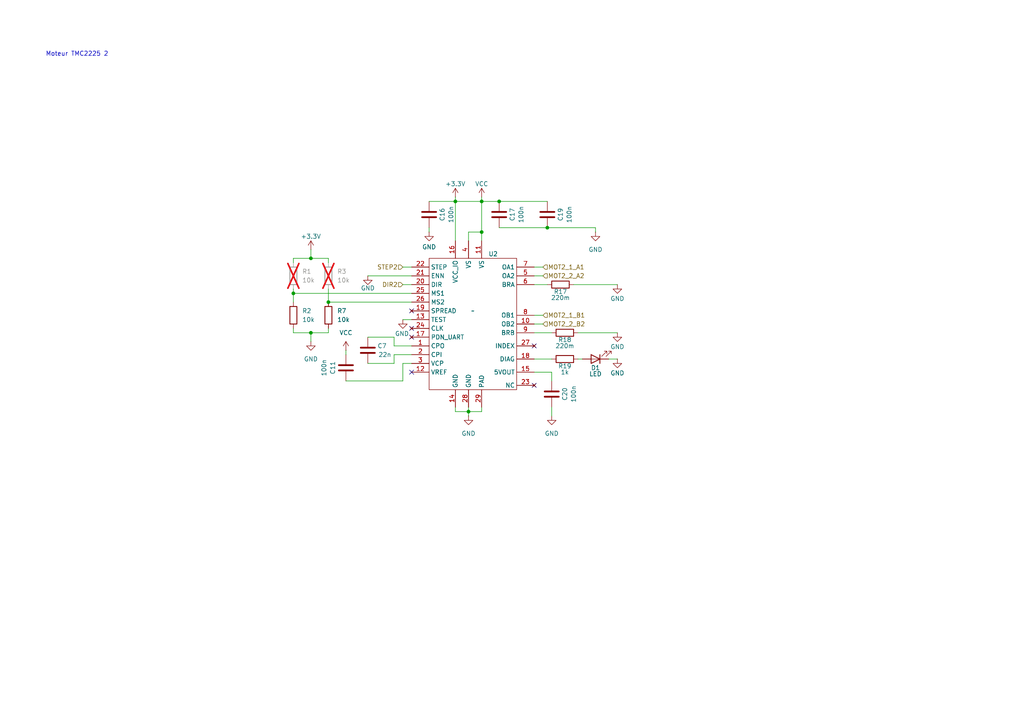
<source format=kicad_sch>
(kicad_sch
	(version 20250114)
	(generator "eeschema")
	(generator_version "9.0")
	(uuid "c18c9a1c-80d9-494e-9bd4-49eb3e76d9cc")
	(paper "A4")
	(lib_symbols
		(symbol "Device:C"
			(pin_numbers
				(hide yes)
			)
			(pin_names
				(offset 0.254)
			)
			(exclude_from_sim no)
			(in_bom yes)
			(on_board yes)
			(property "Reference" "C"
				(at 0.635 2.54 0)
				(effects
					(font
						(size 1.27 1.27)
					)
					(justify left)
				)
			)
			(property "Value" "C"
				(at 0.635 -2.54 0)
				(effects
					(font
						(size 1.27 1.27)
					)
					(justify left)
				)
			)
			(property "Footprint" ""
				(at 0.9652 -3.81 0)
				(effects
					(font
						(size 1.27 1.27)
					)
					(hide yes)
				)
			)
			(property "Datasheet" "~"
				(at 0 0 0)
				(effects
					(font
						(size 1.27 1.27)
					)
					(hide yes)
				)
			)
			(property "Description" "Unpolarized capacitor"
				(at 0 0 0)
				(effects
					(font
						(size 1.27 1.27)
					)
					(hide yes)
				)
			)
			(property "ki_keywords" "cap capacitor"
				(at 0 0 0)
				(effects
					(font
						(size 1.27 1.27)
					)
					(hide yes)
				)
			)
			(property "ki_fp_filters" "C_*"
				(at 0 0 0)
				(effects
					(font
						(size 1.27 1.27)
					)
					(hide yes)
				)
			)
			(symbol "C_0_1"
				(polyline
					(pts
						(xy -2.032 0.762) (xy 2.032 0.762)
					)
					(stroke
						(width 0.508)
						(type default)
					)
					(fill
						(type none)
					)
				)
				(polyline
					(pts
						(xy -2.032 -0.762) (xy 2.032 -0.762)
					)
					(stroke
						(width 0.508)
						(type default)
					)
					(fill
						(type none)
					)
				)
			)
			(symbol "C_1_1"
				(pin passive line
					(at 0 3.81 270)
					(length 2.794)
					(name "~"
						(effects
							(font
								(size 1.27 1.27)
							)
						)
					)
					(number "1"
						(effects
							(font
								(size 1.27 1.27)
							)
						)
					)
				)
				(pin passive line
					(at 0 -3.81 90)
					(length 2.794)
					(name "~"
						(effects
							(font
								(size 1.27 1.27)
							)
						)
					)
					(number "2"
						(effects
							(font
								(size 1.27 1.27)
							)
						)
					)
				)
			)
			(embedded_fonts no)
		)
		(symbol "Device:LED"
			(pin_numbers
				(hide yes)
			)
			(pin_names
				(offset 1.016)
				(hide yes)
			)
			(exclude_from_sim no)
			(in_bom yes)
			(on_board yes)
			(property "Reference" "D"
				(at 0 2.54 0)
				(effects
					(font
						(size 1.27 1.27)
					)
				)
			)
			(property "Value" "LED"
				(at 0 -2.54 0)
				(effects
					(font
						(size 1.27 1.27)
					)
				)
			)
			(property "Footprint" ""
				(at 0 0 0)
				(effects
					(font
						(size 1.27 1.27)
					)
					(hide yes)
				)
			)
			(property "Datasheet" "~"
				(at 0 0 0)
				(effects
					(font
						(size 1.27 1.27)
					)
					(hide yes)
				)
			)
			(property "Description" "Light emitting diode"
				(at 0 0 0)
				(effects
					(font
						(size 1.27 1.27)
					)
					(hide yes)
				)
			)
			(property "Sim.Pins" "1=K 2=A"
				(at 0 0 0)
				(effects
					(font
						(size 1.27 1.27)
					)
					(hide yes)
				)
			)
			(property "ki_keywords" "LED diode"
				(at 0 0 0)
				(effects
					(font
						(size 1.27 1.27)
					)
					(hide yes)
				)
			)
			(property "ki_fp_filters" "LED* LED_SMD:* LED_THT:*"
				(at 0 0 0)
				(effects
					(font
						(size 1.27 1.27)
					)
					(hide yes)
				)
			)
			(symbol "LED_0_1"
				(polyline
					(pts
						(xy -3.048 -0.762) (xy -4.572 -2.286) (xy -3.81 -2.286) (xy -4.572 -2.286) (xy -4.572 -1.524)
					)
					(stroke
						(width 0)
						(type default)
					)
					(fill
						(type none)
					)
				)
				(polyline
					(pts
						(xy -1.778 -0.762) (xy -3.302 -2.286) (xy -2.54 -2.286) (xy -3.302 -2.286) (xy -3.302 -1.524)
					)
					(stroke
						(width 0)
						(type default)
					)
					(fill
						(type none)
					)
				)
				(polyline
					(pts
						(xy -1.27 0) (xy 1.27 0)
					)
					(stroke
						(width 0)
						(type default)
					)
					(fill
						(type none)
					)
				)
				(polyline
					(pts
						(xy -1.27 -1.27) (xy -1.27 1.27)
					)
					(stroke
						(width 0.254)
						(type default)
					)
					(fill
						(type none)
					)
				)
				(polyline
					(pts
						(xy 1.27 -1.27) (xy 1.27 1.27) (xy -1.27 0) (xy 1.27 -1.27)
					)
					(stroke
						(width 0.254)
						(type default)
					)
					(fill
						(type none)
					)
				)
			)
			(symbol "LED_1_1"
				(pin passive line
					(at -3.81 0 0)
					(length 2.54)
					(name "K"
						(effects
							(font
								(size 1.27 1.27)
							)
						)
					)
					(number "1"
						(effects
							(font
								(size 1.27 1.27)
							)
						)
					)
				)
				(pin passive line
					(at 3.81 0 180)
					(length 2.54)
					(name "A"
						(effects
							(font
								(size 1.27 1.27)
							)
						)
					)
					(number "2"
						(effects
							(font
								(size 1.27 1.27)
							)
						)
					)
				)
			)
			(embedded_fonts no)
		)
		(symbol "Device:R"
			(pin_numbers
				(hide yes)
			)
			(pin_names
				(offset 0)
			)
			(exclude_from_sim no)
			(in_bom yes)
			(on_board yes)
			(property "Reference" "R"
				(at 2.032 0 90)
				(effects
					(font
						(size 1.27 1.27)
					)
				)
			)
			(property "Value" "R"
				(at 0 0 90)
				(effects
					(font
						(size 1.27 1.27)
					)
				)
			)
			(property "Footprint" ""
				(at -1.778 0 90)
				(effects
					(font
						(size 1.27 1.27)
					)
					(hide yes)
				)
			)
			(property "Datasheet" "~"
				(at 0 0 0)
				(effects
					(font
						(size 1.27 1.27)
					)
					(hide yes)
				)
			)
			(property "Description" "Resistor"
				(at 0 0 0)
				(effects
					(font
						(size 1.27 1.27)
					)
					(hide yes)
				)
			)
			(property "ki_keywords" "R res resistor"
				(at 0 0 0)
				(effects
					(font
						(size 1.27 1.27)
					)
					(hide yes)
				)
			)
			(property "ki_fp_filters" "R_*"
				(at 0 0 0)
				(effects
					(font
						(size 1.27 1.27)
					)
					(hide yes)
				)
			)
			(symbol "R_0_1"
				(rectangle
					(start -1.016 -2.54)
					(end 1.016 2.54)
					(stroke
						(width 0.254)
						(type default)
					)
					(fill
						(type none)
					)
				)
			)
			(symbol "R_1_1"
				(pin passive line
					(at 0 3.81 270)
					(length 1.27)
					(name "~"
						(effects
							(font
								(size 1.27 1.27)
							)
						)
					)
					(number "1"
						(effects
							(font
								(size 1.27 1.27)
							)
						)
					)
				)
				(pin passive line
					(at 0 -3.81 90)
					(length 1.27)
					(name "~"
						(effects
							(font
								(size 1.27 1.27)
							)
						)
					)
					(number "2"
						(effects
							(font
								(size 1.27 1.27)
							)
						)
					)
				)
			)
			(embedded_fonts no)
		)
		(symbol "My_Lib:TMC2225"
			(exclude_from_sim no)
			(in_bom yes)
			(on_board yes)
			(property "Reference" "U"
				(at 0 0 0)
				(effects
					(font
						(size 1.27 1.27)
					)
				)
			)
			(property "Value" ""
				(at 0 0 0)
				(effects
					(font
						(size 1.27 1.27)
					)
				)
			)
			(property "Footprint" ""
				(at 0 0 0)
				(effects
					(font
						(size 1.27 1.27)
					)
					(hide yes)
				)
			)
			(property "Datasheet" ""
				(at 0 0 0)
				(effects
					(font
						(size 1.27 1.27)
					)
					(hide yes)
				)
			)
			(property "Description" ""
				(at 0 0 0)
				(effects
					(font
						(size 1.27 1.27)
					)
					(hide yes)
				)
			)
			(symbol "TMC2225_0_0"
				(pin input line
					(at -17.78 12.7 0)
					(length 5.08)
					(name "STEP"
						(effects
							(font
								(size 1.27 1.27)
							)
						)
					)
					(number "22"
						(effects
							(font
								(size 1.27 1.27)
							)
						)
					)
				)
				(pin input line
					(at -17.78 10.16 0)
					(length 5.08)
					(name "ENN"
						(effects
							(font
								(size 1.27 1.27)
							)
						)
					)
					(number "21"
						(effects
							(font
								(size 1.27 1.27)
							)
						)
					)
				)
				(pin input line
					(at -17.78 7.62 0)
					(length 5.08)
					(name "DIR"
						(effects
							(font
								(size 1.27 1.27)
							)
						)
					)
					(number "20"
						(effects
							(font
								(size 1.27 1.27)
							)
						)
					)
				)
				(pin input line
					(at -17.78 5.08 0)
					(length 5.08)
					(name "MS1"
						(effects
							(font
								(size 1.27 1.27)
							)
						)
					)
					(number "25"
						(effects
							(font
								(size 1.27 1.27)
							)
						)
					)
				)
				(pin input line
					(at -17.78 2.54 0)
					(length 5.08)
					(name "MS2"
						(effects
							(font
								(size 1.27 1.27)
							)
						)
					)
					(number "26"
						(effects
							(font
								(size 1.27 1.27)
							)
						)
					)
				)
				(pin no_connect line
					(at -17.78 0 0)
					(length 5.08)
					(name "SPREAD"
						(effects
							(font
								(size 1.27 1.27)
							)
						)
					)
					(number "19"
						(effects
							(font
								(size 1.27 1.27)
							)
						)
					)
				)
				(pin input line
					(at -17.78 -2.54 0)
					(length 5.08)
					(name "TEST"
						(effects
							(font
								(size 1.27 1.27)
							)
						)
					)
					(number "13"
						(effects
							(font
								(size 1.27 1.27)
							)
						)
					)
				)
				(pin no_connect line
					(at -17.78 -5.08 0)
					(length 5.08)
					(name "CLK"
						(effects
							(font
								(size 1.27 1.27)
							)
						)
					)
					(number "24"
						(effects
							(font
								(size 1.27 1.27)
							)
						)
					)
				)
				(pin no_connect line
					(at -17.78 -7.62 0)
					(length 5.08)
					(name "PDN_UART"
						(effects
							(font
								(size 1.27 1.27)
							)
						)
					)
					(number "17"
						(effects
							(font
								(size 1.27 1.27)
							)
						)
					)
				)
				(pin passive line
					(at -17.78 -10.16 0)
					(length 5.08)
					(name "CPO"
						(effects
							(font
								(size 1.27 1.27)
							)
						)
					)
					(number "1"
						(effects
							(font
								(size 1.27 1.27)
							)
						)
					)
				)
				(pin passive line
					(at -17.78 -12.7 0)
					(length 5.08)
					(name "CPI"
						(effects
							(font
								(size 1.27 1.27)
							)
						)
					)
					(number "2"
						(effects
							(font
								(size 1.27 1.27)
							)
						)
					)
				)
				(pin passive line
					(at -17.78 -15.24 0)
					(length 5.08)
					(name "VCP"
						(effects
							(font
								(size 1.27 1.27)
							)
						)
					)
					(number "3"
						(effects
							(font
								(size 1.27 1.27)
							)
						)
					)
				)
				(pin input line
					(at -17.78 -17.78 0)
					(length 5.08)
					(name "VREF"
						(effects
							(font
								(size 1.27 1.27)
							)
						)
					)
					(number "12"
						(effects
							(font
								(size 1.27 1.27)
							)
						)
					)
				)
				(pin input line
					(at -5.08 20.32 270)
					(length 5.08)
					(name "VCC_IO"
						(effects
							(font
								(size 1.27 1.27)
							)
						)
					)
					(number "16"
						(effects
							(font
								(size 1.27 1.27)
							)
						)
					)
				)
				(pin input line
					(at -5.08 -27.94 90)
					(length 5.08)
					(name "GND"
						(effects
							(font
								(size 1.27 1.27)
							)
						)
					)
					(number "14"
						(effects
							(font
								(size 1.27 1.27)
							)
						)
					)
				)
				(pin input line
					(at -1.27 20.32 270)
					(length 5.08)
					(name "VS"
						(effects
							(font
								(size 1.27 1.27)
							)
						)
					)
					(number "4"
						(effects
							(font
								(size 1.27 1.27)
							)
						)
					)
				)
				(pin input line
					(at -1.27 -27.94 90)
					(length 5.08)
					(name "GND"
						(effects
							(font
								(size 1.27 1.27)
							)
						)
					)
					(number "28"
						(effects
							(font
								(size 1.27 1.27)
							)
						)
					)
				)
				(pin input line
					(at 2.54 20.32 270)
					(length 5.08)
					(name "VS"
						(effects
							(font
								(size 1.27 1.27)
							)
						)
					)
					(number "11"
						(effects
							(font
								(size 1.27 1.27)
							)
						)
					)
				)
				(pin input line
					(at 2.54 -27.94 90)
					(length 5.08)
					(name "PAD"
						(effects
							(font
								(size 1.27 1.27)
							)
						)
					)
					(number "29"
						(effects
							(font
								(size 1.27 1.27)
							)
						)
					)
				)
				(pin output line
					(at 17.78 12.7 180)
					(length 5.08)
					(name "OA1"
						(effects
							(font
								(size 1.27 1.27)
							)
						)
					)
					(number "7"
						(effects
							(font
								(size 1.27 1.27)
							)
						)
					)
				)
				(pin output line
					(at 17.78 10.16 180)
					(length 5.08)
					(name "OA2"
						(effects
							(font
								(size 1.27 1.27)
							)
						)
					)
					(number "5"
						(effects
							(font
								(size 1.27 1.27)
							)
						)
					)
				)
				(pin output line
					(at 17.78 7.62 180)
					(length 5.08)
					(name "BRA"
						(effects
							(font
								(size 1.27 1.27)
							)
						)
					)
					(number "6"
						(effects
							(font
								(size 1.27 1.27)
							)
						)
					)
				)
				(pin output line
					(at 17.78 -1.27 180)
					(length 5.08)
					(name "OB1"
						(effects
							(font
								(size 1.27 1.27)
							)
						)
					)
					(number "8"
						(effects
							(font
								(size 1.27 1.27)
							)
						)
					)
				)
				(pin output line
					(at 17.78 -3.81 180)
					(length 5.08)
					(name "OB2"
						(effects
							(font
								(size 1.27 1.27)
							)
						)
					)
					(number "10"
						(effects
							(font
								(size 1.27 1.27)
							)
						)
					)
				)
				(pin output line
					(at 17.78 -6.35 180)
					(length 5.08)
					(name "BRB"
						(effects
							(font
								(size 1.27 1.27)
							)
						)
					)
					(number "9"
						(effects
							(font
								(size 1.27 1.27)
							)
						)
					)
				)
				(pin no_connect line
					(at 17.78 -10.16 180)
					(length 5.08)
					(name "INDEX"
						(effects
							(font
								(size 1.27 1.27)
							)
						)
					)
					(number "27"
						(effects
							(font
								(size 1.27 1.27)
							)
						)
					)
				)
				(pin output line
					(at 17.78 -13.97 180)
					(length 5.08)
					(name "DIAG"
						(effects
							(font
								(size 1.27 1.27)
							)
						)
					)
					(number "18"
						(effects
							(font
								(size 1.27 1.27)
							)
						)
					)
				)
				(pin passive line
					(at 17.78 -17.78 180)
					(length 5.08)
					(name "5VOUT"
						(effects
							(font
								(size 1.27 1.27)
							)
						)
					)
					(number "15"
						(effects
							(font
								(size 1.27 1.27)
							)
						)
					)
				)
				(pin no_connect line
					(at 17.78 -21.59 180)
					(length 5.08)
					(name "NC"
						(effects
							(font
								(size 1.27 1.27)
							)
						)
					)
					(number "23"
						(effects
							(font
								(size 1.27 1.27)
							)
						)
					)
				)
			)
			(symbol "TMC2225_0_1"
				(polyline
					(pts
						(xy -12.7 15.24) (xy 12.7 15.24) (xy 12.7 -22.86) (xy -12.7 -22.86) (xy -12.7 15.24)
					)
					(stroke
						(width 0.1524)
						(type solid)
					)
					(fill
						(type none)
					)
				)
			)
			(embedded_fonts no)
		)
		(symbol "power:+3.3V"
			(power)
			(pin_numbers
				(hide yes)
			)
			(pin_names
				(offset 0)
				(hide yes)
			)
			(exclude_from_sim no)
			(in_bom yes)
			(on_board yes)
			(property "Reference" "#PWR"
				(at 0 -3.81 0)
				(effects
					(font
						(size 1.27 1.27)
					)
					(hide yes)
				)
			)
			(property "Value" "+3.3V"
				(at 0 3.556 0)
				(effects
					(font
						(size 1.27 1.27)
					)
				)
			)
			(property "Footprint" ""
				(at 0 0 0)
				(effects
					(font
						(size 1.27 1.27)
					)
					(hide yes)
				)
			)
			(property "Datasheet" ""
				(at 0 0 0)
				(effects
					(font
						(size 1.27 1.27)
					)
					(hide yes)
				)
			)
			(property "Description" "Power symbol creates a global label with name \"+3.3V\""
				(at 0 0 0)
				(effects
					(font
						(size 1.27 1.27)
					)
					(hide yes)
				)
			)
			(property "ki_keywords" "global power"
				(at 0 0 0)
				(effects
					(font
						(size 1.27 1.27)
					)
					(hide yes)
				)
			)
			(symbol "+3.3V_0_1"
				(polyline
					(pts
						(xy -0.762 1.27) (xy 0 2.54)
					)
					(stroke
						(width 0)
						(type default)
					)
					(fill
						(type none)
					)
				)
				(polyline
					(pts
						(xy 0 2.54) (xy 0.762 1.27)
					)
					(stroke
						(width 0)
						(type default)
					)
					(fill
						(type none)
					)
				)
				(polyline
					(pts
						(xy 0 0) (xy 0 2.54)
					)
					(stroke
						(width 0)
						(type default)
					)
					(fill
						(type none)
					)
				)
			)
			(symbol "+3.3V_1_1"
				(pin power_in line
					(at 0 0 90)
					(length 0)
					(name "~"
						(effects
							(font
								(size 1.27 1.27)
							)
						)
					)
					(number "1"
						(effects
							(font
								(size 1.27 1.27)
							)
						)
					)
				)
			)
			(embedded_fonts no)
		)
		(symbol "power:GND"
			(power)
			(pin_numbers
				(hide yes)
			)
			(pin_names
				(offset 0)
				(hide yes)
			)
			(exclude_from_sim no)
			(in_bom yes)
			(on_board yes)
			(property "Reference" "#PWR"
				(at 0 -6.35 0)
				(effects
					(font
						(size 1.27 1.27)
					)
					(hide yes)
				)
			)
			(property "Value" "GND"
				(at 0 -3.81 0)
				(effects
					(font
						(size 1.27 1.27)
					)
				)
			)
			(property "Footprint" ""
				(at 0 0 0)
				(effects
					(font
						(size 1.27 1.27)
					)
					(hide yes)
				)
			)
			(property "Datasheet" ""
				(at 0 0 0)
				(effects
					(font
						(size 1.27 1.27)
					)
					(hide yes)
				)
			)
			(property "Description" "Power symbol creates a global label with name \"GND\" , ground"
				(at 0 0 0)
				(effects
					(font
						(size 1.27 1.27)
					)
					(hide yes)
				)
			)
			(property "ki_keywords" "global power"
				(at 0 0 0)
				(effects
					(font
						(size 1.27 1.27)
					)
					(hide yes)
				)
			)
			(symbol "GND_0_1"
				(polyline
					(pts
						(xy 0 0) (xy 0 -1.27) (xy 1.27 -1.27) (xy 0 -2.54) (xy -1.27 -1.27) (xy 0 -1.27)
					)
					(stroke
						(width 0)
						(type default)
					)
					(fill
						(type none)
					)
				)
			)
			(symbol "GND_1_1"
				(pin power_in line
					(at 0 0 270)
					(length 0)
					(name "~"
						(effects
							(font
								(size 1.27 1.27)
							)
						)
					)
					(number "1"
						(effects
							(font
								(size 1.27 1.27)
							)
						)
					)
				)
			)
			(embedded_fonts no)
		)
		(symbol "power:VCC"
			(power)
			(pin_numbers
				(hide yes)
			)
			(pin_names
				(offset 0)
				(hide yes)
			)
			(exclude_from_sim no)
			(in_bom yes)
			(on_board yes)
			(property "Reference" "#PWR"
				(at 0 -3.81 0)
				(effects
					(font
						(size 1.27 1.27)
					)
					(hide yes)
				)
			)
			(property "Value" "VCC"
				(at 0 3.556 0)
				(effects
					(font
						(size 1.27 1.27)
					)
				)
			)
			(property "Footprint" ""
				(at 0 0 0)
				(effects
					(font
						(size 1.27 1.27)
					)
					(hide yes)
				)
			)
			(property "Datasheet" ""
				(at 0 0 0)
				(effects
					(font
						(size 1.27 1.27)
					)
					(hide yes)
				)
			)
			(property "Description" "Power symbol creates a global label with name \"VCC\""
				(at 0 0 0)
				(effects
					(font
						(size 1.27 1.27)
					)
					(hide yes)
				)
			)
			(property "ki_keywords" "global power"
				(at 0 0 0)
				(effects
					(font
						(size 1.27 1.27)
					)
					(hide yes)
				)
			)
			(symbol "VCC_0_1"
				(polyline
					(pts
						(xy -0.762 1.27) (xy 0 2.54)
					)
					(stroke
						(width 0)
						(type default)
					)
					(fill
						(type none)
					)
				)
				(polyline
					(pts
						(xy 0 2.54) (xy 0.762 1.27)
					)
					(stroke
						(width 0)
						(type default)
					)
					(fill
						(type none)
					)
				)
				(polyline
					(pts
						(xy 0 0) (xy 0 2.54)
					)
					(stroke
						(width 0)
						(type default)
					)
					(fill
						(type none)
					)
				)
			)
			(symbol "VCC_1_1"
				(pin power_in line
					(at 0 0 90)
					(length 0)
					(name "~"
						(effects
							(font
								(size 1.27 1.27)
							)
						)
					)
					(number "1"
						(effects
							(font
								(size 1.27 1.27)
							)
						)
					)
				)
			)
			(embedded_fonts no)
		)
	)
	(text "Moteur TMC2225 2"
		(exclude_from_sim no)
		(at 22.352 15.748 0)
		(effects
			(font
				(size 1.27 1.27)
			)
		)
		(uuid "700135d2-e3cf-416d-afea-85b00551f44d")
	)
	(junction
		(at 132.08 58.42)
		(diameter 0)
		(color 0 0 0 0)
		(uuid "13677ce1-ad3b-4983-8565-ab0d187e717c")
	)
	(junction
		(at 158.75 66.04)
		(diameter 0)
		(color 0 0 0 0)
		(uuid "162dbbeb-fcc2-4ee6-857e-7211bb53f8dc")
	)
	(junction
		(at 139.7 67.31)
		(diameter 0)
		(color 0 0 0 0)
		(uuid "571e0e19-d83b-4584-9e19-623f0dd23366")
	)
	(junction
		(at 90.17 96.52)
		(diameter 0)
		(color 0 0 0 0)
		(uuid "7bb57a43-3767-4bfc-b89f-7a3e41c79895")
	)
	(junction
		(at 85.09 85.09)
		(diameter 0)
		(color 0 0 0 0)
		(uuid "8f9a064d-3125-460e-b3da-46721409b905")
	)
	(junction
		(at 95.25 87.63)
		(diameter 0)
		(color 0 0 0 0)
		(uuid "a597e19a-a4d5-43fd-9b13-c54c2dd69464")
	)
	(junction
		(at 135.89 119.38)
		(diameter 0)
		(color 0 0 0 0)
		(uuid "b06b9b55-4690-49e2-a7b0-de4cf85d92af")
	)
	(junction
		(at 144.78 58.42)
		(diameter 0)
		(color 0 0 0 0)
		(uuid "b2c460a5-b34c-48b8-a40e-d907365946ff")
	)
	(junction
		(at 90.17 74.93)
		(diameter 0)
		(color 0 0 0 0)
		(uuid "c42f134d-18f2-4374-9d25-8d6035ccd961")
	)
	(junction
		(at 139.7 58.42)
		(diameter 0)
		(color 0 0 0 0)
		(uuid "ce8d6df1-ec20-497c-ab8f-d4656c40c0a0")
	)
	(no_connect
		(at 119.38 107.95)
		(uuid "024ed8b9-91b0-49b5-bcbc-96e82a24563a")
	)
	(no_connect
		(at 119.38 95.25)
		(uuid "49553573-59bc-43de-aa0b-555528459717")
	)
	(no_connect
		(at 154.94 100.33)
		(uuid "88d8914f-f93d-4fdb-aa22-ea401f26835b")
	)
	(no_connect
		(at 119.38 90.17)
		(uuid "a05a239f-7af5-4d54-a6b4-1580d2c07ca1")
	)
	(no_connect
		(at 154.94 111.76)
		(uuid "b1927928-71e2-45f2-9a06-11059cdfce4c")
	)
	(no_connect
		(at 119.38 97.79)
		(uuid "c355a571-aa65-4d32-8274-a8554de5a25e")
	)
	(wire
		(pts
			(xy 144.78 58.42) (xy 158.75 58.42)
		)
		(stroke
			(width 0)
			(type default)
		)
		(uuid "0353199d-4576-4d0d-9380-ec6dc1346c58")
	)
	(wire
		(pts
			(xy 166.37 82.55) (xy 179.07 82.55)
		)
		(stroke
			(width 0)
			(type default)
		)
		(uuid "069d49c0-9e17-4d76-a014-a4a3fc1f34bb")
	)
	(wire
		(pts
			(xy 114.3 100.33) (xy 114.3 97.79)
		)
		(stroke
			(width 0)
			(type default)
		)
		(uuid "08a46eb4-239a-4df1-b12d-064badbbcdf4")
	)
	(wire
		(pts
			(xy 154.94 80.01) (xy 157.48 80.01)
		)
		(stroke
			(width 0)
			(type default)
		)
		(uuid "0c47cba7-f821-4681-ba4f-a25e1d6018d7")
	)
	(wire
		(pts
			(xy 100.33 110.49) (xy 116.84 110.49)
		)
		(stroke
			(width 0)
			(type default)
		)
		(uuid "1718ef6f-eb76-4678-a598-33406d413de9")
	)
	(wire
		(pts
			(xy 119.38 102.87) (xy 114.3 102.87)
		)
		(stroke
			(width 0)
			(type default)
		)
		(uuid "17413261-98a7-4cd3-bc3a-cb2445b6c9f8")
	)
	(wire
		(pts
			(xy 154.94 93.98) (xy 157.48 93.98)
		)
		(stroke
			(width 0)
			(type default)
		)
		(uuid "178e0eb7-1c43-4a94-8a4d-97d63341a061")
	)
	(wire
		(pts
			(xy 139.7 57.15) (xy 139.7 58.42)
		)
		(stroke
			(width 0)
			(type default)
		)
		(uuid "18bf03b6-daf3-4d93-aae5-76b5bc78699e")
	)
	(wire
		(pts
			(xy 90.17 74.93) (xy 95.25 74.93)
		)
		(stroke
			(width 0)
			(type default)
		)
		(uuid "1d507456-60c3-4a15-a39e-45f6931c4aa7")
	)
	(wire
		(pts
			(xy 135.89 69.85) (xy 135.89 67.31)
		)
		(stroke
			(width 0)
			(type default)
		)
		(uuid "1e62e78f-df35-4b41-8860-a09929201a6f")
	)
	(wire
		(pts
			(xy 132.08 57.15) (xy 132.08 58.42)
		)
		(stroke
			(width 0)
			(type default)
		)
		(uuid "20a58866-e12c-4376-9c8d-9da60bd77f16")
	)
	(wire
		(pts
			(xy 119.38 80.01) (xy 106.68 80.01)
		)
		(stroke
			(width 0)
			(type default)
		)
		(uuid "28d08bc5-8e0a-4d6d-8501-91046120a0c6")
	)
	(wire
		(pts
			(xy 154.94 77.47) (xy 157.48 77.47)
		)
		(stroke
			(width 0)
			(type default)
		)
		(uuid "28e294ea-b09d-48ae-951f-e20c30ff17b0")
	)
	(wire
		(pts
			(xy 172.72 67.31) (xy 172.72 66.04)
		)
		(stroke
			(width 0)
			(type default)
		)
		(uuid "2b08a2ac-6a20-4f27-9a89-b6559ed98504")
	)
	(wire
		(pts
			(xy 154.94 96.52) (xy 160.02 96.52)
		)
		(stroke
			(width 0)
			(type default)
		)
		(uuid "33b342c1-037d-4941-a8bc-f4f6bdd0c740")
	)
	(wire
		(pts
			(xy 85.09 83.82) (xy 85.09 85.09)
		)
		(stroke
			(width 0)
			(type default)
		)
		(uuid "35c050ae-58b7-4d66-8b79-f766dc239c66")
	)
	(wire
		(pts
			(xy 167.64 104.14) (xy 168.91 104.14)
		)
		(stroke
			(width 0)
			(type default)
		)
		(uuid "35db00d6-df0a-480b-8a55-a24a9e56e785")
	)
	(wire
		(pts
			(xy 167.64 96.52) (xy 179.07 96.52)
		)
		(stroke
			(width 0)
			(type default)
		)
		(uuid "38a75d25-5837-44cb-a1ea-c747e9d8711d")
	)
	(wire
		(pts
			(xy 154.94 91.44) (xy 157.48 91.44)
		)
		(stroke
			(width 0)
			(type default)
		)
		(uuid "42064369-b732-4fa6-a2a4-5d5d6af3a018")
	)
	(wire
		(pts
			(xy 119.38 100.33) (xy 114.3 100.33)
		)
		(stroke
			(width 0)
			(type default)
		)
		(uuid "46af42b6-80d8-46fe-9b9a-0690a19f78b4")
	)
	(wire
		(pts
			(xy 116.84 105.41) (xy 119.38 105.41)
		)
		(stroke
			(width 0)
			(type default)
		)
		(uuid "46d654af-5d36-4c5c-9e33-d38b874ecb1a")
	)
	(wire
		(pts
			(xy 90.17 96.52) (xy 90.17 99.06)
		)
		(stroke
			(width 0)
			(type default)
		)
		(uuid "4fe05595-bd89-45a2-b1ab-bc18141bf0b2")
	)
	(wire
		(pts
			(xy 90.17 96.52) (xy 95.25 96.52)
		)
		(stroke
			(width 0)
			(type default)
		)
		(uuid "50be8c3b-400e-4c24-b8f1-1db86ccbb4ef")
	)
	(wire
		(pts
			(xy 139.7 58.42) (xy 132.08 58.42)
		)
		(stroke
			(width 0)
			(type default)
		)
		(uuid "594a1586-04fb-40ff-82d0-b713cd7f6894")
	)
	(wire
		(pts
			(xy 139.7 67.31) (xy 139.7 69.85)
		)
		(stroke
			(width 0)
			(type default)
		)
		(uuid "5a15ed29-7d8f-4c3a-9d13-6252b5e045d0")
	)
	(wire
		(pts
			(xy 160.02 107.95) (xy 160.02 110.49)
		)
		(stroke
			(width 0)
			(type default)
		)
		(uuid "6420d582-4c73-43d2-a6a7-1b79ecab6058")
	)
	(wire
		(pts
			(xy 135.89 67.31) (xy 139.7 67.31)
		)
		(stroke
			(width 0)
			(type default)
		)
		(uuid "65fb982b-59cf-46f7-ae59-ad776e6fe2fb")
	)
	(wire
		(pts
			(xy 114.3 102.87) (xy 114.3 105.41)
		)
		(stroke
			(width 0)
			(type default)
		)
		(uuid "6a3269c4-0787-433f-9d69-409df6e97fc7")
	)
	(wire
		(pts
			(xy 116.84 92.71) (xy 119.38 92.71)
		)
		(stroke
			(width 0)
			(type default)
		)
		(uuid "6cc14d0b-9786-4bde-8836-8445572365dc")
	)
	(wire
		(pts
			(xy 85.09 95.25) (xy 85.09 96.52)
		)
		(stroke
			(width 0)
			(type default)
		)
		(uuid "6dfeb7a2-599b-454c-8bef-3549f64b8dca")
	)
	(wire
		(pts
			(xy 132.08 118.11) (xy 132.08 119.38)
		)
		(stroke
			(width 0)
			(type default)
		)
		(uuid "77b35550-9611-4698-a7e8-efc98ffa3352")
	)
	(wire
		(pts
			(xy 135.89 119.38) (xy 135.89 120.65)
		)
		(stroke
			(width 0)
			(type default)
		)
		(uuid "7c77bc8d-930a-4511-9abb-c83dbc79e8c1")
	)
	(wire
		(pts
			(xy 85.09 85.09) (xy 119.38 85.09)
		)
		(stroke
			(width 0)
			(type default)
		)
		(uuid "7f9d7ac0-bfcc-489b-b23c-f51d3491ebda")
	)
	(wire
		(pts
			(xy 95.25 74.93) (xy 95.25 76.2)
		)
		(stroke
			(width 0)
			(type default)
		)
		(uuid "8078ebb0-f08f-4446-9617-1d4c67f38f21")
	)
	(wire
		(pts
			(xy 95.25 83.82) (xy 95.25 87.63)
		)
		(stroke
			(width 0)
			(type default)
		)
		(uuid "80bab74e-599c-46f9-8b07-e223e61d612f")
	)
	(wire
		(pts
			(xy 116.84 77.47) (xy 119.38 77.47)
		)
		(stroke
			(width 0)
			(type default)
		)
		(uuid "816bf4a7-5474-4fcf-be11-72be18cd3458")
	)
	(wire
		(pts
			(xy 95.25 87.63) (xy 119.38 87.63)
		)
		(stroke
			(width 0)
			(type default)
		)
		(uuid "85bec388-4619-4ef8-8016-24786bf4337f")
	)
	(wire
		(pts
			(xy 116.84 110.49) (xy 116.84 105.41)
		)
		(stroke
			(width 0)
			(type default)
		)
		(uuid "874deedc-ff4c-4d8c-aa60-e9f1afc5eff8")
	)
	(wire
		(pts
			(xy 135.89 119.38) (xy 139.7 119.38)
		)
		(stroke
			(width 0)
			(type default)
		)
		(uuid "888ae7be-a9ce-4138-898d-e8d4ae28730d")
	)
	(wire
		(pts
			(xy 144.78 66.04) (xy 158.75 66.04)
		)
		(stroke
			(width 0)
			(type default)
		)
		(uuid "995d83a9-28f9-4de9-8f64-1597175e2a92")
	)
	(wire
		(pts
			(xy 154.94 104.14) (xy 160.02 104.14)
		)
		(stroke
			(width 0)
			(type default)
		)
		(uuid "9e5ae359-7118-4fc9-bcbb-d0a10435b4dd")
	)
	(wire
		(pts
			(xy 144.78 58.42) (xy 139.7 58.42)
		)
		(stroke
			(width 0)
			(type default)
		)
		(uuid "9f1d5cd1-a6a6-4c1d-bcf2-eb49727d64bd")
	)
	(wire
		(pts
			(xy 124.46 67.31) (xy 124.46 66.04)
		)
		(stroke
			(width 0)
			(type default)
		)
		(uuid "a0734da4-1063-4507-8ce7-c5413c80c050")
	)
	(wire
		(pts
			(xy 176.53 104.14) (xy 179.07 104.14)
		)
		(stroke
			(width 0)
			(type default)
		)
		(uuid "a8e4cd6f-4314-41ee-bf34-738f792bc0ed")
	)
	(wire
		(pts
			(xy 106.68 97.79) (xy 114.3 97.79)
		)
		(stroke
			(width 0)
			(type default)
		)
		(uuid "b0c46e16-1e21-42f0-bd88-c08ec0115123")
	)
	(wire
		(pts
			(xy 85.09 74.93) (xy 85.09 76.2)
		)
		(stroke
			(width 0)
			(type default)
		)
		(uuid "b45f8a11-c931-4e94-a55c-a2d0bc638db0")
	)
	(wire
		(pts
			(xy 124.46 58.42) (xy 132.08 58.42)
		)
		(stroke
			(width 0)
			(type default)
		)
		(uuid "b4fcac00-c6fc-4050-ba21-deee03e899fb")
	)
	(wire
		(pts
			(xy 90.17 74.93) (xy 85.09 74.93)
		)
		(stroke
			(width 0)
			(type default)
		)
		(uuid "b6a17c0d-c714-4203-b028-5523c15c4667")
	)
	(wire
		(pts
			(xy 132.08 119.38) (xy 135.89 119.38)
		)
		(stroke
			(width 0)
			(type default)
		)
		(uuid "b88a624b-316c-499c-b1b3-bcdf3df71146")
	)
	(wire
		(pts
			(xy 95.25 95.25) (xy 95.25 96.52)
		)
		(stroke
			(width 0)
			(type default)
		)
		(uuid "c01ece0f-ca90-4c9e-8229-33d093974a61")
	)
	(wire
		(pts
			(xy 85.09 85.09) (xy 85.09 87.63)
		)
		(stroke
			(width 0)
			(type default)
		)
		(uuid "c146f86c-8ba0-4c11-96d0-de213f0cba12")
	)
	(wire
		(pts
			(xy 85.09 96.52) (xy 90.17 96.52)
		)
		(stroke
			(width 0)
			(type default)
		)
		(uuid "c202add3-58ef-4212-a29c-5f3b3ae4cdd6")
	)
	(wire
		(pts
			(xy 154.94 107.95) (xy 160.02 107.95)
		)
		(stroke
			(width 0)
			(type default)
		)
		(uuid "c7a33eec-6a04-4f4c-8e9b-e69412a221a9")
	)
	(wire
		(pts
			(xy 139.7 118.11) (xy 139.7 119.38)
		)
		(stroke
			(width 0)
			(type default)
		)
		(uuid "cf1a48c5-4b81-4ee6-8c6c-befe42f9dd4b")
	)
	(wire
		(pts
			(xy 160.02 118.11) (xy 160.02 120.65)
		)
		(stroke
			(width 0)
			(type default)
		)
		(uuid "d025e224-f6ce-4254-a9ab-e6d739a620ba")
	)
	(wire
		(pts
			(xy 100.33 101.6) (xy 100.33 102.87)
		)
		(stroke
			(width 0)
			(type default)
		)
		(uuid "d1371816-95e9-4f41-81fb-cd87cbf1623d")
	)
	(wire
		(pts
			(xy 139.7 58.42) (xy 139.7 67.31)
		)
		(stroke
			(width 0)
			(type default)
		)
		(uuid "db6561a2-b3cd-491d-afde-48d49a6c527c")
	)
	(wire
		(pts
			(xy 116.84 82.55) (xy 119.38 82.55)
		)
		(stroke
			(width 0)
			(type default)
		)
		(uuid "e14c67fd-3942-49e6-9160-f01c2df24bc3")
	)
	(wire
		(pts
			(xy 132.08 58.42) (xy 132.08 69.85)
		)
		(stroke
			(width 0)
			(type default)
		)
		(uuid "e1cff0f5-a7f8-4f4b-b70a-e507fc1b8a1a")
	)
	(wire
		(pts
			(xy 114.3 105.41) (xy 106.68 105.41)
		)
		(stroke
			(width 0)
			(type default)
		)
		(uuid "f7f2cfd5-8a9c-4758-8e2c-506121e42628")
	)
	(wire
		(pts
			(xy 158.75 66.04) (xy 172.72 66.04)
		)
		(stroke
			(width 0)
			(type default)
		)
		(uuid "f8d1de02-e7b9-41b8-be99-d4f0bdfc3ccd")
	)
	(wire
		(pts
			(xy 154.94 82.55) (xy 158.75 82.55)
		)
		(stroke
			(width 0)
			(type default)
		)
		(uuid "fc54a6de-e1dc-47e2-839f-8f21dfae5f2f")
	)
	(wire
		(pts
			(xy 135.89 118.11) (xy 135.89 119.38)
		)
		(stroke
			(width 0)
			(type default)
		)
		(uuid "fe7866ad-3839-4bb6-8ce6-fd39d785d827")
	)
	(wire
		(pts
			(xy 90.17 74.93) (xy 90.17 72.39)
		)
		(stroke
			(width 0)
			(type default)
		)
		(uuid "ffd697ee-6ca5-4014-acf8-800e6d57a142")
	)
	(hierarchical_label "MOT2_1_A1"
		(shape input)
		(at 157.48 77.47 0)
		(effects
			(font
				(size 1.27 1.27)
			)
			(justify left)
		)
		(uuid "02042e32-8c0c-4d5b-86c9-d7abdd89a990")
	)
	(hierarchical_label "MOT2_2_A2"
		(shape input)
		(at 157.48 80.01 0)
		(effects
			(font
				(size 1.27 1.27)
			)
			(justify left)
		)
		(uuid "062d74f5-5290-4d5c-a740-f7afaa43707e")
	)
	(hierarchical_label "STEP2"
		(shape input)
		(at 116.84 77.47 180)
		(effects
			(font
				(size 1.27 1.27)
			)
			(justify right)
		)
		(uuid "20c53510-6f8e-428b-8722-afa5dbf97b81")
	)
	(hierarchical_label "MOT2_2_B2"
		(shape input)
		(at 157.48 93.98 0)
		(effects
			(font
				(size 1.27 1.27)
			)
			(justify left)
		)
		(uuid "4004bf73-3bed-4c77-afe3-4895e6dcf056")
	)
	(hierarchical_label "DIR2"
		(shape input)
		(at 116.84 82.55 180)
		(effects
			(font
				(size 1.27 1.27)
			)
			(justify right)
		)
		(uuid "91170a7d-6a13-405a-afb8-07f9d1627314")
	)
	(hierarchical_label "MOT2_1_B1"
		(shape input)
		(at 157.48 91.44 0)
		(effects
			(font
				(size 1.27 1.27)
			)
			(justify left)
		)
		(uuid "c6ce2557-ccc4-462d-949b-f2fa4b80818e")
	)
	(symbol
		(lib_id "My_Lib:TMC2225")
		(at 137.16 90.17 0)
		(unit 1)
		(exclude_from_sim no)
		(in_bom yes)
		(on_board yes)
		(dnp no)
		(uuid "021613c8-8f44-416c-9bb6-def447b36cf1")
		(property "Reference" "U2"
			(at 141.6559 73.66 0)
			(effects
				(font
					(size 1.27 1.27)
				)
				(justify left)
			)
		)
		(property "Value" "~"
			(at 137.16 90.17 0)
			(effects
				(font
					(size 1.27 1.27)
				)
			)
		)
		(property "Footprint" "Package_SO:HTSSOP-28-1EP_4.4x9.7mm_P0.65mm_EP2.85x5.4mm_ThermalVias"
			(at 137.16 90.17 0)
			(effects
				(font
					(size 1.27 1.27)
				)
				(hide yes)
			)
		)
		(property "Datasheet" ""
			(at 137.16 90.17 0)
			(effects
				(font
					(size 1.27 1.27)
				)
				(hide yes)
			)
		)
		(property "Description" ""
			(at 137.16 90.17 0)
			(effects
				(font
					(size 1.27 1.27)
				)
			)
		)
		(pin "1"
			(uuid "fafa7458-7c79-4edf-bd6f-72d6149663d3")
		)
		(pin "10"
			(uuid "d0172ce3-1683-4975-9200-7e8bca465175")
		)
		(pin "11"
			(uuid "ec26de7a-4d49-4a1f-b1b8-eafc4cbf9f9b")
		)
		(pin "12"
			(uuid "d06751bc-7cb7-4c0a-8a92-32e6f1314fae")
		)
		(pin "13"
			(uuid "72c1a385-85f8-49dd-b910-ada25aa91a0f")
		)
		(pin "14"
			(uuid "37e4e3b5-3f90-439a-8dbb-8db24537b57f")
		)
		(pin "15"
			(uuid "59ad85d4-f028-4581-a475-6fa53c6e4bbf")
		)
		(pin "16"
			(uuid "ac3ca2ae-42fb-40d2-b9bf-980e438ea32a")
		)
		(pin "17"
			(uuid "4f2a37e8-5c85-41e9-8b4d-d0fcd884bab9")
		)
		(pin "18"
			(uuid "7f916d16-ec65-4275-b206-f91c21936943")
		)
		(pin "19"
			(uuid "27f0fe2a-2851-4150-83b3-c17fac29b7fc")
		)
		(pin "2"
			(uuid "e8e479bd-b515-4717-915e-9512cfce17cb")
		)
		(pin "20"
			(uuid "3c4e6957-8503-4a00-9a98-e55928003d99")
		)
		(pin "21"
			(uuid "5171d6b4-59a3-4623-9b35-39fc527a9b24")
		)
		(pin "22"
			(uuid "24be2449-3f4c-440a-b223-938cac435046")
		)
		(pin "23"
			(uuid "191dfc47-7042-4e21-a452-bfa4e387e71a")
		)
		(pin "24"
			(uuid "1f33968f-5815-48b2-8fe4-2903c6804af4")
		)
		(pin "25"
			(uuid "afdfb9e5-412d-4876-988d-f64cebeee780")
		)
		(pin "26"
			(uuid "fc3b1d7c-d42b-4e61-a211-dc38c018b3ad")
		)
		(pin "27"
			(uuid "13539a6e-f5da-47bd-993f-ecf51b2c4cee")
		)
		(pin "28"
			(uuid "5ce11dae-70cb-4970-a9ff-4bdb33d7a6b8")
		)
		(pin "29"
			(uuid "01e6346a-0120-42f9-b638-73f2001c9215")
		)
		(pin "3"
			(uuid "42679416-7db3-4288-96a9-1610bd49be8f")
		)
		(pin "4"
			(uuid "21f2c07b-1ae0-44f5-a961-d68a97f26310")
		)
		(pin "5"
			(uuid "dfe155dc-5846-422a-8778-a9d30af02661")
		)
		(pin "6"
			(uuid "bd432106-c21c-438f-84af-2f46c7aac089")
		)
		(pin "7"
			(uuid "bed114d8-c5c1-4fc5-be49-d7648cc64f51")
		)
		(pin "8"
			(uuid "344674a1-1830-4dad-a3f7-6ce339e0c95f")
		)
		(pin "9"
			(uuid "2b8bc528-39b3-4b3e-9c1a-e1d4e190c6cf")
		)
		(instances
			(project "Projet 6 KICAD CLS COMPLET"
				(path "/917aa03c-3980-4eba-8700-b55c1cb55f0b/a5695271-11ee-4737-bea3-63f27449d81d"
					(reference "U2")
					(unit 1)
				)
			)
		)
	)
	(symbol
		(lib_id "Device:R")
		(at 95.25 80.01 0)
		(unit 1)
		(exclude_from_sim no)
		(in_bom yes)
		(on_board yes)
		(dnp yes)
		(fields_autoplaced yes)
		(uuid "07d71753-0cf6-4ae0-b52f-56ab97169d7e")
		(property "Reference" "R3"
			(at 97.79 78.7399 0)
			(effects
				(font
					(size 1.27 1.27)
				)
				(justify left)
			)
		)
		(property "Value" "10k"
			(at 97.79 81.2799 0)
			(effects
				(font
					(size 1.27 1.27)
				)
				(justify left)
			)
		)
		(property "Footprint" "Resistor_SMD:R_0603_1608Metric"
			(at 93.472 80.01 90)
			(effects
				(font
					(size 1.27 1.27)
				)
				(hide yes)
			)
		)
		(property "Datasheet" "~"
			(at 95.25 80.01 0)
			(effects
				(font
					(size 1.27 1.27)
				)
				(hide yes)
			)
		)
		(property "Description" ""
			(at 95.25 80.01 0)
			(effects
				(font
					(size 1.27 1.27)
				)
			)
		)
		(pin "1"
			(uuid "c3e0c218-f126-4885-ace5-a65690434ee7")
		)
		(pin "2"
			(uuid "ca386df7-2ca8-4f98-9b22-6956ef3258d8")
		)
		(instances
			(project "Projet 6 KICAD CLS COMPLET"
				(path "/917aa03c-3980-4eba-8700-b55c1cb55f0b/a5695271-11ee-4737-bea3-63f27449d81d"
					(reference "R3")
					(unit 1)
				)
			)
		)
	)
	(symbol
		(lib_id "power:+3.3V")
		(at 90.17 72.39 0)
		(unit 1)
		(exclude_from_sim no)
		(in_bom yes)
		(on_board yes)
		(dnp no)
		(fields_autoplaced yes)
		(uuid "1689c068-af61-4774-ae9a-54c9f9ca72c0")
		(property "Reference" "#PWR043"
			(at 90.17 76.2 0)
			(effects
				(font
					(size 1.27 1.27)
				)
				(hide yes)
			)
		)
		(property "Value" "+3.3V"
			(at 90.17 68.58 0)
			(effects
				(font
					(size 1.27 1.27)
				)
			)
		)
		(property "Footprint" ""
			(at 90.17 72.39 0)
			(effects
				(font
					(size 1.27 1.27)
				)
				(hide yes)
			)
		)
		(property "Datasheet" ""
			(at 90.17 72.39 0)
			(effects
				(font
					(size 1.27 1.27)
				)
				(hide yes)
			)
		)
		(property "Description" ""
			(at 90.17 72.39 0)
			(effects
				(font
					(size 1.27 1.27)
				)
			)
		)
		(pin "1"
			(uuid "4b71a541-dc7e-48a9-b8f8-0b3de1dbe35e")
		)
		(instances
			(project "Projet 6 KICAD CLS COMPLET"
				(path "/917aa03c-3980-4eba-8700-b55c1cb55f0b/a5695271-11ee-4737-bea3-63f27449d81d"
					(reference "#PWR043")
					(unit 1)
				)
			)
		)
	)
	(symbol
		(lib_id "power:GND")
		(at 116.84 92.71 0)
		(unit 1)
		(exclude_from_sim no)
		(in_bom yes)
		(on_board yes)
		(dnp no)
		(uuid "28341f8a-c660-4eed-805a-ae94df6fb93c")
		(property "Reference" "#PWR046"
			(at 116.84 99.06 0)
			(effects
				(font
					(size 1.27 1.27)
				)
				(hide yes)
			)
		)
		(property "Value" "GND"
			(at 116.586 96.774 0)
			(effects
				(font
					(size 1.27 1.27)
				)
			)
		)
		(property "Footprint" ""
			(at 116.84 92.71 0)
			(effects
				(font
					(size 1.27 1.27)
				)
				(hide yes)
			)
		)
		(property "Datasheet" ""
			(at 116.84 92.71 0)
			(effects
				(font
					(size 1.27 1.27)
				)
				(hide yes)
			)
		)
		(property "Description" ""
			(at 116.84 92.71 0)
			(effects
				(font
					(size 1.27 1.27)
				)
			)
		)
		(pin "1"
			(uuid "37256c06-6d61-4777-95c0-c8201c797432")
		)
		(instances
			(project "Projet 6 KICAD CLS COMPLET"
				(path "/917aa03c-3980-4eba-8700-b55c1cb55f0b/a5695271-11ee-4737-bea3-63f27449d81d"
					(reference "#PWR046")
					(unit 1)
				)
			)
		)
	)
	(symbol
		(lib_id "power:GND")
		(at 135.89 120.65 0)
		(unit 1)
		(exclude_from_sim no)
		(in_bom yes)
		(on_board yes)
		(dnp no)
		(fields_autoplaced yes)
		(uuid "28873d7f-43d1-4066-a5ac-e5493dbcb7ee")
		(property "Reference" "#PWR049"
			(at 135.89 127 0)
			(effects
				(font
					(size 1.27 1.27)
				)
				(hide yes)
			)
		)
		(property "Value" "GND"
			(at 135.89 125.73 0)
			(effects
				(font
					(size 1.27 1.27)
				)
			)
		)
		(property "Footprint" ""
			(at 135.89 120.65 0)
			(effects
				(font
					(size 1.27 1.27)
				)
				(hide yes)
			)
		)
		(property "Datasheet" ""
			(at 135.89 120.65 0)
			(effects
				(font
					(size 1.27 1.27)
				)
				(hide yes)
			)
		)
		(property "Description" ""
			(at 135.89 120.65 0)
			(effects
				(font
					(size 1.27 1.27)
				)
			)
		)
		(pin "1"
			(uuid "067b840e-9436-4d57-9b66-2d0fede76e35")
		)
		(instances
			(project "Projet 6 KICAD CLS COMPLET"
				(path "/917aa03c-3980-4eba-8700-b55c1cb55f0b/a5695271-11ee-4737-bea3-63f27449d81d"
					(reference "#PWR049")
					(unit 1)
				)
			)
		)
	)
	(symbol
		(lib_id "power:GND")
		(at 179.07 104.14 0)
		(unit 1)
		(exclude_from_sim no)
		(in_bom yes)
		(on_board yes)
		(dnp no)
		(uuid "33e0245f-e10d-4737-8daa-59d7c54ae1f1")
		(property "Reference" "#PWR061"
			(at 179.07 110.49 0)
			(effects
				(font
					(size 1.27 1.27)
				)
				(hide yes)
			)
		)
		(property "Value" "GND"
			(at 179.07 108.204 0)
			(effects
				(font
					(size 1.27 1.27)
				)
			)
		)
		(property "Footprint" ""
			(at 179.07 104.14 0)
			(effects
				(font
					(size 1.27 1.27)
				)
				(hide yes)
			)
		)
		(property "Datasheet" ""
			(at 179.07 104.14 0)
			(effects
				(font
					(size 1.27 1.27)
				)
				(hide yes)
			)
		)
		(property "Description" ""
			(at 179.07 104.14 0)
			(effects
				(font
					(size 1.27 1.27)
				)
			)
		)
		(pin "1"
			(uuid "19aef14e-a1af-4a7d-b182-f66cf01cd1c8")
		)
		(instances
			(project "Projet 6 KICAD CLS COMPLET"
				(path "/917aa03c-3980-4eba-8700-b55c1cb55f0b/a5695271-11ee-4737-bea3-63f27449d81d"
					(reference "#PWR061")
					(unit 1)
				)
			)
		)
	)
	(symbol
		(lib_id "power:GND")
		(at 179.07 82.55 0)
		(unit 1)
		(exclude_from_sim no)
		(in_bom yes)
		(on_board yes)
		(dnp no)
		(uuid "3a600287-7116-4461-8acc-64288718a511")
		(property "Reference" "#PWR059"
			(at 179.07 88.9 0)
			(effects
				(font
					(size 1.27 1.27)
				)
				(hide yes)
			)
		)
		(property "Value" "GND"
			(at 179.07 86.614 0)
			(effects
				(font
					(size 1.27 1.27)
				)
			)
		)
		(property "Footprint" ""
			(at 179.07 82.55 0)
			(effects
				(font
					(size 1.27 1.27)
				)
				(hide yes)
			)
		)
		(property "Datasheet" ""
			(at 179.07 82.55 0)
			(effects
				(font
					(size 1.27 1.27)
				)
				(hide yes)
			)
		)
		(property "Description" ""
			(at 179.07 82.55 0)
			(effects
				(font
					(size 1.27 1.27)
				)
			)
		)
		(pin "1"
			(uuid "78fdf559-41ff-43a7-9941-3206af03f3c0")
		)
		(instances
			(project "Projet 6 KICAD CLS COMPLET"
				(path "/917aa03c-3980-4eba-8700-b55c1cb55f0b/a5695271-11ee-4737-bea3-63f27449d81d"
					(reference "#PWR059")
					(unit 1)
				)
			)
		)
	)
	(symbol
		(lib_id "Device:C")
		(at 160.02 114.3 0)
		(unit 1)
		(exclude_from_sim no)
		(in_bom yes)
		(on_board yes)
		(dnp no)
		(uuid "4711238b-3dde-45ee-b917-32c2539a47e0")
		(property "Reference" "C20"
			(at 163.83 114.3 90)
			(effects
				(font
					(size 1.27 1.27)
				)
			)
		)
		(property "Value" "100n"
			(at 166.37 114.3 90)
			(effects
				(font
					(size 1.27 1.27)
				)
			)
		)
		(property "Footprint" "Capacitor_SMD:C_0805_2012Metric"
			(at 160.9852 118.11 0)
			(effects
				(font
					(size 1.27 1.27)
				)
				(hide yes)
			)
		)
		(property "Datasheet" "~"
			(at 160.02 114.3 0)
			(effects
				(font
					(size 1.27 1.27)
				)
				(hide yes)
			)
		)
		(property "Description" ""
			(at 160.02 114.3 0)
			(effects
				(font
					(size 1.27 1.27)
				)
			)
		)
		(pin "1"
			(uuid "c8aec2dd-1ad3-498f-9452-c0520cd7df1a")
		)
		(pin "2"
			(uuid "8555e51b-0144-44b0-ab8e-d5872485e562")
		)
		(instances
			(project "Projet 6 KICAD CLS COMPLET"
				(path "/917aa03c-3980-4eba-8700-b55c1cb55f0b/a5695271-11ee-4737-bea3-63f27449d81d"
					(reference "C20")
					(unit 1)
				)
			)
		)
	)
	(symbol
		(lib_id "power:GND")
		(at 124.46 67.31 0)
		(unit 1)
		(exclude_from_sim no)
		(in_bom yes)
		(on_board yes)
		(dnp no)
		(uuid "4cdf39e9-042b-42c1-9ae6-d1f13d1fa0b2")
		(property "Reference" "#PWR047"
			(at 124.46 73.66 0)
			(effects
				(font
					(size 1.27 1.27)
				)
				(hide yes)
			)
		)
		(property "Value" "GND"
			(at 124.46 71.628 0)
			(effects
				(font
					(size 1.27 1.27)
				)
			)
		)
		(property "Footprint" ""
			(at 124.46 67.31 0)
			(effects
				(font
					(size 1.27 1.27)
				)
				(hide yes)
			)
		)
		(property "Datasheet" ""
			(at 124.46 67.31 0)
			(effects
				(font
					(size 1.27 1.27)
				)
				(hide yes)
			)
		)
		(property "Description" ""
			(at 124.46 67.31 0)
			(effects
				(font
					(size 1.27 1.27)
				)
			)
		)
		(pin "1"
			(uuid "2dd5024b-d905-4f89-bc61-60504f5cf6cb")
		)
		(instances
			(project "Projet 6 KICAD CLS COMPLET"
				(path "/917aa03c-3980-4eba-8700-b55c1cb55f0b/a5695271-11ee-4737-bea3-63f27449d81d"
					(reference "#PWR047")
					(unit 1)
				)
			)
		)
	)
	(symbol
		(lib_id "power:+3.3V")
		(at 132.08 57.15 0)
		(unit 1)
		(exclude_from_sim no)
		(in_bom yes)
		(on_board yes)
		(dnp no)
		(fields_autoplaced yes)
		(uuid "5ee94b92-26ca-4d9b-b428-4ac9c5f9718d")
		(property "Reference" "#PWR048"
			(at 132.08 60.96 0)
			(effects
				(font
					(size 1.27 1.27)
				)
				(hide yes)
			)
		)
		(property "Value" "+3.3V"
			(at 132.08 53.34 0)
			(effects
				(font
					(size 1.27 1.27)
				)
			)
		)
		(property "Footprint" ""
			(at 132.08 57.15 0)
			(effects
				(font
					(size 1.27 1.27)
				)
				(hide yes)
			)
		)
		(property "Datasheet" ""
			(at 132.08 57.15 0)
			(effects
				(font
					(size 1.27 1.27)
				)
				(hide yes)
			)
		)
		(property "Description" ""
			(at 132.08 57.15 0)
			(effects
				(font
					(size 1.27 1.27)
				)
			)
		)
		(pin "1"
			(uuid "a54b5f72-a3b5-480c-942d-daf1ee3cad01")
		)
		(instances
			(project "Projet 6 KICAD CLS COMPLET"
				(path "/917aa03c-3980-4eba-8700-b55c1cb55f0b/a5695271-11ee-4737-bea3-63f27449d81d"
					(reference "#PWR048")
					(unit 1)
				)
			)
		)
	)
	(symbol
		(lib_id "power:GND")
		(at 172.72 67.31 0)
		(unit 1)
		(exclude_from_sim no)
		(in_bom yes)
		(on_board yes)
		(dnp no)
		(fields_autoplaced yes)
		(uuid "607acd1e-c41f-44d0-9963-744c7df8181e")
		(property "Reference" "#PWR058"
			(at 172.72 73.66 0)
			(effects
				(font
					(size 1.27 1.27)
				)
				(hide yes)
			)
		)
		(property "Value" "GND"
			(at 172.72 72.39 0)
			(effects
				(font
					(size 1.27 1.27)
				)
			)
		)
		(property "Footprint" ""
			(at 172.72 67.31 0)
			(effects
				(font
					(size 1.27 1.27)
				)
				(hide yes)
			)
		)
		(property "Datasheet" ""
			(at 172.72 67.31 0)
			(effects
				(font
					(size 1.27 1.27)
				)
				(hide yes)
			)
		)
		(property "Description" ""
			(at 172.72 67.31 0)
			(effects
				(font
					(size 1.27 1.27)
				)
			)
		)
		(pin "1"
			(uuid "d34baf6e-33ba-4068-b666-a82355fdd744")
		)
		(instances
			(project "Projet 6 KICAD CLS COMPLET"
				(path "/917aa03c-3980-4eba-8700-b55c1cb55f0b/a5695271-11ee-4737-bea3-63f27449d81d"
					(reference "#PWR058")
					(unit 1)
				)
			)
		)
	)
	(symbol
		(lib_id "Device:C")
		(at 100.33 106.68 180)
		(unit 1)
		(exclude_from_sim no)
		(in_bom yes)
		(on_board yes)
		(dnp no)
		(uuid "6e78ba6c-7e36-43d5-9746-a35e2d4097db")
		(property "Reference" "C11"
			(at 96.52 106.68 90)
			(effects
				(font
					(size 1.27 1.27)
				)
			)
		)
		(property "Value" "100n"
			(at 93.98 106.68 90)
			(effects
				(font
					(size 1.27 1.27)
				)
			)
		)
		(property "Footprint" "Capacitor_SMD:C_0805_2012Metric"
			(at 99.3648 102.87 0)
			(effects
				(font
					(size 1.27 1.27)
				)
				(hide yes)
			)
		)
		(property "Datasheet" "~"
			(at 100.33 106.68 0)
			(effects
				(font
					(size 1.27 1.27)
				)
				(hide yes)
			)
		)
		(property "Description" ""
			(at 100.33 106.68 0)
			(effects
				(font
					(size 1.27 1.27)
				)
			)
		)
		(pin "1"
			(uuid "ccc6b7da-edf6-43ea-bab9-cd16517be3a7")
		)
		(pin "2"
			(uuid "4b1a47c7-2301-462e-b273-3dd1630e8a78")
		)
		(instances
			(project "Projet 6 KICAD CLS COMPLET"
				(path "/917aa03c-3980-4eba-8700-b55c1cb55f0b/a5695271-11ee-4737-bea3-63f27449d81d"
					(reference "C11")
					(unit 1)
				)
			)
		)
	)
	(symbol
		(lib_id "Device:R")
		(at 162.56 82.55 270)
		(mirror x)
		(unit 1)
		(exclude_from_sim no)
		(in_bom yes)
		(on_board yes)
		(dnp no)
		(uuid "7a2129df-e6ab-4f22-91ae-691e9c7587f5")
		(property "Reference" "R17"
			(at 162.56 84.582 90)
			(effects
				(font
					(size 1.27 1.27)
				)
			)
		)
		(property "Value" "220m"
			(at 162.56 86.36 90)
			(effects
				(font
					(size 1.27 1.27)
				)
			)
		)
		(property "Footprint" "Resistor_SMD:R_0603_1608Metric"
			(at 162.56 84.328 90)
			(effects
				(font
					(size 1.27 1.27)
				)
				(hide yes)
			)
		)
		(property "Datasheet" "~"
			(at 162.56 82.55 0)
			(effects
				(font
					(size 1.27 1.27)
				)
				(hide yes)
			)
		)
		(property "Description" ""
			(at 162.56 82.55 0)
			(effects
				(font
					(size 1.27 1.27)
				)
			)
		)
		(pin "1"
			(uuid "eb22bfa3-1306-484a-bde6-93f47e658739")
		)
		(pin "2"
			(uuid "6b20d0ed-93e7-4917-973c-96abb290d275")
		)
		(instances
			(project "Projet 6 KICAD CLS COMPLET"
				(path "/917aa03c-3980-4eba-8700-b55c1cb55f0b/a5695271-11ee-4737-bea3-63f27449d81d"
					(reference "R17")
					(unit 1)
				)
			)
		)
	)
	(symbol
		(lib_id "Device:C")
		(at 106.68 101.6 0)
		(unit 1)
		(exclude_from_sim no)
		(in_bom yes)
		(on_board yes)
		(dnp no)
		(uuid "9b3482a2-4d25-49db-bffe-e9b1d7519cab")
		(property "Reference" "C7"
			(at 109.474 100.33 0)
			(effects
				(font
					(size 1.27 1.27)
				)
				(justify left)
			)
		)
		(property "Value" "22n"
			(at 109.728 102.87 0)
			(effects
				(font
					(size 1.27 1.27)
				)
				(justify left)
			)
		)
		(property "Footprint" "Capacitor_SMD:C_0805_2012Metric"
			(at 107.6452 105.41 0)
			(effects
				(font
					(size 1.27 1.27)
				)
				(hide yes)
			)
		)
		(property "Datasheet" "~"
			(at 106.68 101.6 0)
			(effects
				(font
					(size 1.27 1.27)
				)
				(hide yes)
			)
		)
		(property "Description" ""
			(at 106.68 101.6 0)
			(effects
				(font
					(size 1.27 1.27)
				)
			)
		)
		(pin "1"
			(uuid "533ccaa4-ea55-4774-8088-d93858e61e51")
		)
		(pin "2"
			(uuid "6ae4b5a8-b304-4c50-b93a-1004ae869d65")
		)
		(instances
			(project "Projet 6 KICAD CLS COMPLET"
				(path "/917aa03c-3980-4eba-8700-b55c1cb55f0b/a5695271-11ee-4737-bea3-63f27449d81d"
					(reference "C7")
					(unit 1)
				)
			)
		)
	)
	(symbol
		(lib_id "power:VCC")
		(at 100.33 101.6 0)
		(unit 1)
		(exclude_from_sim no)
		(in_bom yes)
		(on_board yes)
		(dnp no)
		(fields_autoplaced yes)
		(uuid "9e19dd45-bbd3-461a-8303-c3535715b4d8")
		(property "Reference" "#PWR062"
			(at 100.33 105.41 0)
			(effects
				(font
					(size 1.27 1.27)
				)
				(hide yes)
			)
		)
		(property "Value" "VCC"
			(at 100.33 96.52 0)
			(effects
				(font
					(size 1.27 1.27)
				)
			)
		)
		(property "Footprint" ""
			(at 100.33 101.6 0)
			(effects
				(font
					(size 1.27 1.27)
				)
				(hide yes)
			)
		)
		(property "Datasheet" ""
			(at 100.33 101.6 0)
			(effects
				(font
					(size 1.27 1.27)
				)
				(hide yes)
			)
		)
		(property "Description" "Power symbol creates a global label with name \"VCC\""
			(at 100.33 101.6 0)
			(effects
				(font
					(size 1.27 1.27)
				)
				(hide yes)
			)
		)
		(pin "1"
			(uuid "bc2f3c0d-6969-49e1-97bc-371e67ad9c98")
		)
		(instances
			(project ""
				(path "/917aa03c-3980-4eba-8700-b55c1cb55f0b/a5695271-11ee-4737-bea3-63f27449d81d"
					(reference "#PWR062")
					(unit 1)
				)
			)
		)
	)
	(symbol
		(lib_id "Device:R")
		(at 85.09 91.44 0)
		(unit 1)
		(exclude_from_sim no)
		(in_bom yes)
		(on_board yes)
		(dnp no)
		(fields_autoplaced yes)
		(uuid "aacef694-9315-4f25-a714-4270c425c6c2")
		(property "Reference" "R2"
			(at 87.63 90.1699 0)
			(effects
				(font
					(size 1.27 1.27)
				)
				(justify left)
			)
		)
		(property "Value" "10k"
			(at 87.63 92.7099 0)
			(effects
				(font
					(size 1.27 1.27)
				)
				(justify left)
			)
		)
		(property "Footprint" "Resistor_SMD:R_0603_1608Metric"
			(at 83.312 91.44 90)
			(effects
				(font
					(size 1.27 1.27)
				)
				(hide yes)
			)
		)
		(property "Datasheet" "~"
			(at 85.09 91.44 0)
			(effects
				(font
					(size 1.27 1.27)
				)
				(hide yes)
			)
		)
		(property "Description" ""
			(at 85.09 91.44 0)
			(effects
				(font
					(size 1.27 1.27)
				)
			)
		)
		(pin "1"
			(uuid "ae41074e-30c2-4591-8235-1a4543bcd31b")
		)
		(pin "2"
			(uuid "83c38b31-d2cb-438b-a1fc-ebd9b0a03515")
		)
		(instances
			(project "Projet 6 KICAD CLS COMPLET"
				(path "/917aa03c-3980-4eba-8700-b55c1cb55f0b/a5695271-11ee-4737-bea3-63f27449d81d"
					(reference "R2")
					(unit 1)
				)
			)
		)
	)
	(symbol
		(lib_id "Device:C")
		(at 144.78 62.23 0)
		(unit 1)
		(exclude_from_sim no)
		(in_bom yes)
		(on_board yes)
		(dnp no)
		(uuid "aece97c2-1607-4105-9a3e-427e7300ed39")
		(property "Reference" "C17"
			(at 148.59 62.23 90)
			(effects
				(font
					(size 1.27 1.27)
				)
			)
		)
		(property "Value" "100n"
			(at 151.13 62.23 90)
			(effects
				(font
					(size 1.27 1.27)
				)
			)
		)
		(property "Footprint" "Capacitor_SMD:C_0805_2012Metric"
			(at 145.7452 66.04 0)
			(effects
				(font
					(size 1.27 1.27)
				)
				(hide yes)
			)
		)
		(property "Datasheet" "~"
			(at 144.78 62.23 0)
			(effects
				(font
					(size 1.27 1.27)
				)
				(hide yes)
			)
		)
		(property "Description" ""
			(at 144.78 62.23 0)
			(effects
				(font
					(size 1.27 1.27)
				)
			)
		)
		(pin "1"
			(uuid "81c12e11-4972-47be-af86-a99ecd6af67a")
		)
		(pin "2"
			(uuid "1460c230-d815-44dc-8b69-0a1cadba20a0")
		)
		(instances
			(project "Projet 6 KICAD CLS COMPLET"
				(path "/917aa03c-3980-4eba-8700-b55c1cb55f0b/a5695271-11ee-4737-bea3-63f27449d81d"
					(reference "C17")
					(unit 1)
				)
			)
		)
	)
	(symbol
		(lib_id "power:VCC")
		(at 139.7 57.15 0)
		(unit 1)
		(exclude_from_sim no)
		(in_bom yes)
		(on_board yes)
		(dnp no)
		(fields_autoplaced yes)
		(uuid "b9b6d2a4-ef2e-4e39-91f1-cca553592f64")
		(property "Reference" "#PWR050"
			(at 139.7 60.96 0)
			(effects
				(font
					(size 1.27 1.27)
				)
				(hide yes)
			)
		)
		(property "Value" "VCC"
			(at 139.7 53.34 0)
			(effects
				(font
					(size 1.27 1.27)
				)
			)
		)
		(property "Footprint" ""
			(at 139.7 57.15 0)
			(effects
				(font
					(size 1.27 1.27)
				)
				(hide yes)
			)
		)
		(property "Datasheet" ""
			(at 139.7 57.15 0)
			(effects
				(font
					(size 1.27 1.27)
				)
				(hide yes)
			)
		)
		(property "Description" "Power symbol creates a global label with name \"VCC\""
			(at 139.7 57.15 0)
			(effects
				(font
					(size 1.27 1.27)
				)
				(hide yes)
			)
		)
		(pin "1"
			(uuid "50166c9e-71a9-47eb-82c2-b2588ba9be89")
		)
		(instances
			(project "Projet 6 KICAD CLS COMPLET"
				(path "/917aa03c-3980-4eba-8700-b55c1cb55f0b/a5695271-11ee-4737-bea3-63f27449d81d"
					(reference "#PWR050")
					(unit 1)
				)
			)
		)
	)
	(symbol
		(lib_id "power:GND")
		(at 179.07 96.52 0)
		(unit 1)
		(exclude_from_sim no)
		(in_bom yes)
		(on_board yes)
		(dnp no)
		(uuid "bdd97c43-6c43-4c2c-a421-1be643aafcc8")
		(property "Reference" "#PWR060"
			(at 179.07 102.87 0)
			(effects
				(font
					(size 1.27 1.27)
				)
				(hide yes)
			)
		)
		(property "Value" "GND"
			(at 179.07 100.584 0)
			(effects
				(font
					(size 1.27 1.27)
				)
			)
		)
		(property "Footprint" ""
			(at 179.07 96.52 0)
			(effects
				(font
					(size 1.27 1.27)
				)
				(hide yes)
			)
		)
		(property "Datasheet" ""
			(at 179.07 96.52 0)
			(effects
				(font
					(size 1.27 1.27)
				)
				(hide yes)
			)
		)
		(property "Description" ""
			(at 179.07 96.52 0)
			(effects
				(font
					(size 1.27 1.27)
				)
			)
		)
		(pin "1"
			(uuid "17156baa-d683-4b7f-9ad4-ce01159b5be5")
		)
		(instances
			(project "Projet 6 KICAD CLS COMPLET"
				(path "/917aa03c-3980-4eba-8700-b55c1cb55f0b/a5695271-11ee-4737-bea3-63f27449d81d"
					(reference "#PWR060")
					(unit 1)
				)
			)
		)
	)
	(symbol
		(lib_id "power:GND")
		(at 160.02 120.65 0)
		(unit 1)
		(exclude_from_sim no)
		(in_bom yes)
		(on_board yes)
		(dnp no)
		(fields_autoplaced yes)
		(uuid "c0460548-7a4b-4dff-beb2-045e609ecb1b")
		(property "Reference" "#PWR051"
			(at 160.02 127 0)
			(effects
				(font
					(size 1.27 1.27)
				)
				(hide yes)
			)
		)
		(property "Value" "GND"
			(at 160.02 125.73 0)
			(effects
				(font
					(size 1.27 1.27)
				)
			)
		)
		(property "Footprint" ""
			(at 160.02 120.65 0)
			(effects
				(font
					(size 1.27 1.27)
				)
				(hide yes)
			)
		)
		(property "Datasheet" ""
			(at 160.02 120.65 0)
			(effects
				(font
					(size 1.27 1.27)
				)
				(hide yes)
			)
		)
		(property "Description" ""
			(at 160.02 120.65 0)
			(effects
				(font
					(size 1.27 1.27)
				)
			)
		)
		(pin "1"
			(uuid "cd617961-5c76-4214-8da0-dabe4ba59237")
		)
		(instances
			(project "Projet 6 KICAD CLS COMPLET"
				(path "/917aa03c-3980-4eba-8700-b55c1cb55f0b/a5695271-11ee-4737-bea3-63f27449d81d"
					(reference "#PWR051")
					(unit 1)
				)
			)
		)
	)
	(symbol
		(lib_id "Device:C")
		(at 158.75 62.23 0)
		(unit 1)
		(exclude_from_sim no)
		(in_bom yes)
		(on_board yes)
		(dnp no)
		(uuid "c3913be9-880f-4c82-b6ca-87d458a857f1")
		(property "Reference" "C19"
			(at 162.56 62.23 90)
			(effects
				(font
					(size 1.27 1.27)
				)
			)
		)
		(property "Value" "100n"
			(at 165.1 62.23 90)
			(effects
				(font
					(size 1.27 1.27)
				)
			)
		)
		(property "Footprint" "Capacitor_SMD:C_0805_2012Metric"
			(at 159.7152 66.04 0)
			(effects
				(font
					(size 1.27 1.27)
				)
				(hide yes)
			)
		)
		(property "Datasheet" "~"
			(at 158.75 62.23 0)
			(effects
				(font
					(size 1.27 1.27)
				)
				(hide yes)
			)
		)
		(property "Description" ""
			(at 158.75 62.23 0)
			(effects
				(font
					(size 1.27 1.27)
				)
			)
		)
		(pin "1"
			(uuid "45629404-66dd-4147-9a83-56ba0f483c59")
		)
		(pin "2"
			(uuid "1f86a205-8a96-4d95-a83b-fd65f2f3d520")
		)
		(instances
			(project "Projet 6 KICAD CLS COMPLET"
				(path "/917aa03c-3980-4eba-8700-b55c1cb55f0b/a5695271-11ee-4737-bea3-63f27449d81d"
					(reference "C19")
					(unit 1)
				)
			)
		)
	)
	(symbol
		(lib_id "Device:R")
		(at 85.09 80.01 0)
		(unit 1)
		(exclude_from_sim no)
		(in_bom yes)
		(on_board yes)
		(dnp yes)
		(fields_autoplaced yes)
		(uuid "ca970dc5-6b71-4ff8-a4d1-13607dfc9cdf")
		(property "Reference" "R1"
			(at 87.63 78.7399 0)
			(effects
				(font
					(size 1.27 1.27)
				)
				(justify left)
			)
		)
		(property "Value" "10k"
			(at 87.63 81.2799 0)
			(effects
				(font
					(size 1.27 1.27)
				)
				(justify left)
			)
		)
		(property "Footprint" "Resistor_SMD:R_0603_1608Metric"
			(at 83.312 80.01 90)
			(effects
				(font
					(size 1.27 1.27)
				)
				(hide yes)
			)
		)
		(property "Datasheet" "~"
			(at 85.09 80.01 0)
			(effects
				(font
					(size 1.27 1.27)
				)
				(hide yes)
			)
		)
		(property "Description" ""
			(at 85.09 80.01 0)
			(effects
				(font
					(size 1.27 1.27)
				)
			)
		)
		(pin "1"
			(uuid "320518cb-1e7c-4aa8-a36a-5c208fa93a73")
		)
		(pin "2"
			(uuid "510f3fee-23f6-4486-afe7-ee6f48eb41d1")
		)
		(instances
			(project "Projet 6 KICAD CLS COMPLET"
				(path "/917aa03c-3980-4eba-8700-b55c1cb55f0b/a5695271-11ee-4737-bea3-63f27449d81d"
					(reference "R1")
					(unit 1)
				)
			)
		)
	)
	(symbol
		(lib_id "Device:R")
		(at 163.83 104.14 270)
		(unit 1)
		(exclude_from_sim no)
		(in_bom yes)
		(on_board yes)
		(dnp no)
		(uuid "d8c120fa-161c-4adc-964b-9dcecc2bb4fd")
		(property "Reference" "R19"
			(at 163.83 106.172 90)
			(effects
				(font
					(size 1.27 1.27)
				)
			)
		)
		(property "Value" "1k"
			(at 163.83 107.95 90)
			(effects
				(font
					(size 1.27 1.27)
				)
			)
		)
		(property "Footprint" "Resistor_SMD:R_0603_1608Metric"
			(at 163.83 102.362 90)
			(effects
				(font
					(size 1.27 1.27)
				)
				(hide yes)
			)
		)
		(property "Datasheet" "~"
			(at 163.83 104.14 0)
			(effects
				(font
					(size 1.27 1.27)
				)
				(hide yes)
			)
		)
		(property "Description" ""
			(at 163.83 104.14 0)
			(effects
				(font
					(size 1.27 1.27)
				)
			)
		)
		(pin "1"
			(uuid "50e2f07f-0f91-4ead-b744-3ebefd56656e")
		)
		(pin "2"
			(uuid "8d2bc943-e2f3-438b-a459-de7546f94874")
		)
		(instances
			(project "Projet 6 KICAD CLS COMPLET"
				(path "/917aa03c-3980-4eba-8700-b55c1cb55f0b/a5695271-11ee-4737-bea3-63f27449d81d"
					(reference "R19")
					(unit 1)
				)
			)
		)
	)
	(symbol
		(lib_id "Device:LED")
		(at 172.72 104.14 180)
		(unit 1)
		(exclude_from_sim no)
		(in_bom yes)
		(on_board yes)
		(dnp no)
		(uuid "e41ceda6-31b5-4eb9-ae82-29c8ca377e36")
		(property "Reference" "D1"
			(at 172.72 106.68 0)
			(effects
				(font
					(size 1.27 1.27)
				)
			)
		)
		(property "Value" "LED"
			(at 172.72 108.458 0)
			(effects
				(font
					(size 1.27 1.27)
				)
			)
		)
		(property "Footprint" "LED_SMD:LED_0603_1608Metric"
			(at 172.72 104.14 0)
			(effects
				(font
					(size 1.27 1.27)
				)
				(hide yes)
			)
		)
		(property "Datasheet" "~"
			(at 172.72 104.14 0)
			(effects
				(font
					(size 1.27 1.27)
				)
				(hide yes)
			)
		)
		(property "Description" "Light emitting diode"
			(at 172.72 104.14 0)
			(effects
				(font
					(size 1.27 1.27)
				)
				(hide yes)
			)
		)
		(property "Sim.Pins" "1=K 2=A"
			(at 172.72 104.14 0)
			(effects
				(font
					(size 1.27 1.27)
				)
				(hide yes)
			)
		)
		(pin "1"
			(uuid "74328346-3373-4880-a2e0-f8cef2b6d634")
		)
		(pin "2"
			(uuid "129a79e6-e730-4acb-98aa-4c4f88f31ff0")
		)
		(instances
			(project "Projet 6 KICAD CLS COMPLET"
				(path "/917aa03c-3980-4eba-8700-b55c1cb55f0b/a5695271-11ee-4737-bea3-63f27449d81d"
					(reference "D1")
					(unit 1)
				)
			)
		)
	)
	(symbol
		(lib_id "Device:R")
		(at 163.83 96.52 270)
		(unit 1)
		(exclude_from_sim no)
		(in_bom yes)
		(on_board yes)
		(dnp no)
		(uuid "ef6ca36a-c20f-4c4e-b8a4-30eea6feae56")
		(property "Reference" "R18"
			(at 163.83 98.552 90)
			(effects
				(font
					(size 1.27 1.27)
				)
			)
		)
		(property "Value" "220m"
			(at 163.83 100.33 90)
			(effects
				(font
					(size 1.27 1.27)
				)
			)
		)
		(property "Footprint" "Resistor_SMD:R_0603_1608Metric"
			(at 163.83 94.742 90)
			(effects
				(font
					(size 1.27 1.27)
				)
				(hide yes)
			)
		)
		(property "Datasheet" "~"
			(at 163.83 96.52 0)
			(effects
				(font
					(size 1.27 1.27)
				)
				(hide yes)
			)
		)
		(property "Description" ""
			(at 163.83 96.52 0)
			(effects
				(font
					(size 1.27 1.27)
				)
			)
		)
		(pin "1"
			(uuid "43c07739-3cfa-46f5-b7c6-a7d15efe4fe0")
		)
		(pin "2"
			(uuid "a740814e-034c-43b6-a316-17a6faa38f6f")
		)
		(instances
			(project "Projet 6 KICAD CLS COMPLET"
				(path "/917aa03c-3980-4eba-8700-b55c1cb55f0b/a5695271-11ee-4737-bea3-63f27449d81d"
					(reference "R18")
					(unit 1)
				)
			)
		)
	)
	(symbol
		(lib_id "Device:C")
		(at 124.46 62.23 0)
		(unit 1)
		(exclude_from_sim no)
		(in_bom yes)
		(on_board yes)
		(dnp no)
		(uuid "f308851b-6558-4101-8bc2-71e18a3dd0d7")
		(property "Reference" "C16"
			(at 128.27 62.23 90)
			(effects
				(font
					(size 1.27 1.27)
				)
			)
		)
		(property "Value" "100n"
			(at 130.81 62.23 90)
			(effects
				(font
					(size 1.27 1.27)
				)
			)
		)
		(property "Footprint" "Capacitor_SMD:C_0805_2012Metric"
			(at 125.4252 66.04 0)
			(effects
				(font
					(size 1.27 1.27)
				)
				(hide yes)
			)
		)
		(property "Datasheet" "~"
			(at 124.46 62.23 0)
			(effects
				(font
					(size 1.27 1.27)
				)
				(hide yes)
			)
		)
		(property "Description" ""
			(at 124.46 62.23 0)
			(effects
				(font
					(size 1.27 1.27)
				)
			)
		)
		(pin "1"
			(uuid "6b8654db-fc35-4f88-85a8-b4ad3bdca4c4")
		)
		(pin "2"
			(uuid "dd2403a9-9dd5-4e12-b6ca-da81d12e0db3")
		)
		(instances
			(project "Projet 6 KICAD CLS COMPLET"
				(path "/917aa03c-3980-4eba-8700-b55c1cb55f0b/a5695271-11ee-4737-bea3-63f27449d81d"
					(reference "C16")
					(unit 1)
				)
			)
		)
	)
	(symbol
		(lib_id "Device:R")
		(at 95.25 91.44 0)
		(unit 1)
		(exclude_from_sim no)
		(in_bom yes)
		(on_board yes)
		(dnp no)
		(fields_autoplaced yes)
		(uuid "f37bb53e-a3b6-41b3-8ea4-80aae5cfbe6b")
		(property "Reference" "R7"
			(at 97.79 90.1699 0)
			(effects
				(font
					(size 1.27 1.27)
				)
				(justify left)
			)
		)
		(property "Value" "10k"
			(at 97.79 92.7099 0)
			(effects
				(font
					(size 1.27 1.27)
				)
				(justify left)
			)
		)
		(property "Footprint" "Resistor_SMD:R_0603_1608Metric"
			(at 93.472 91.44 90)
			(effects
				(font
					(size 1.27 1.27)
				)
				(hide yes)
			)
		)
		(property "Datasheet" "~"
			(at 95.25 91.44 0)
			(effects
				(font
					(size 1.27 1.27)
				)
				(hide yes)
			)
		)
		(property "Description" ""
			(at 95.25 91.44 0)
			(effects
				(font
					(size 1.27 1.27)
				)
			)
		)
		(pin "1"
			(uuid "9dcf1338-ddeb-44a3-92b6-2b6ee1045ab9")
		)
		(pin "2"
			(uuid "c27aa9f2-d85e-4266-a015-945a1527df99")
		)
		(instances
			(project "Projet 6 KICAD CLS COMPLET"
				(path "/917aa03c-3980-4eba-8700-b55c1cb55f0b/a5695271-11ee-4737-bea3-63f27449d81d"
					(reference "R7")
					(unit 1)
				)
			)
		)
	)
	(symbol
		(lib_id "power:GND")
		(at 90.17 99.06 0)
		(unit 1)
		(exclude_from_sim no)
		(in_bom yes)
		(on_board yes)
		(dnp no)
		(fields_autoplaced yes)
		(uuid "f7389b98-e5b8-497c-bbbb-6afb5ca714d0")
		(property "Reference" "#PWR044"
			(at 90.17 105.41 0)
			(effects
				(font
					(size 1.27 1.27)
				)
				(hide yes)
			)
		)
		(property "Value" "GND"
			(at 90.17 104.14 0)
			(effects
				(font
					(size 1.27 1.27)
				)
			)
		)
		(property "Footprint" ""
			(at 90.17 99.06 0)
			(effects
				(font
					(size 1.27 1.27)
				)
				(hide yes)
			)
		)
		(property "Datasheet" ""
			(at 90.17 99.06 0)
			(effects
				(font
					(size 1.27 1.27)
				)
				(hide yes)
			)
		)
		(property "Description" ""
			(at 90.17 99.06 0)
			(effects
				(font
					(size 1.27 1.27)
				)
			)
		)
		(pin "1"
			(uuid "d55757d1-11cc-4d14-a666-2b6aff6541f3")
		)
		(instances
			(project "Projet 6 KICAD CLS COMPLET"
				(path "/917aa03c-3980-4eba-8700-b55c1cb55f0b/a5695271-11ee-4737-bea3-63f27449d81d"
					(reference "#PWR044")
					(unit 1)
				)
			)
		)
	)
	(symbol
		(lib_id "power:GND")
		(at 106.68 80.01 0)
		(unit 1)
		(exclude_from_sim no)
		(in_bom yes)
		(on_board yes)
		(dnp no)
		(uuid "f74674a2-745f-4b44-9cb9-2e7671cdd209")
		(property "Reference" "#PWR045"
			(at 106.68 86.36 0)
			(effects
				(font
					(size 1.27 1.27)
				)
				(hide yes)
			)
		)
		(property "Value" "GND"
			(at 106.68 83.566 0)
			(effects
				(font
					(size 1.27 1.27)
				)
			)
		)
		(property "Footprint" ""
			(at 106.68 80.01 0)
			(effects
				(font
					(size 1.27 1.27)
				)
				(hide yes)
			)
		)
		(property "Datasheet" ""
			(at 106.68 80.01 0)
			(effects
				(font
					(size 1.27 1.27)
				)
				(hide yes)
			)
		)
		(property "Description" ""
			(at 106.68 80.01 0)
			(effects
				(font
					(size 1.27 1.27)
				)
			)
		)
		(pin "1"
			(uuid "46c60a04-3160-4337-b18d-2de287eb0e46")
		)
		(instances
			(project "Projet 6 KICAD CLS COMPLET"
				(path "/917aa03c-3980-4eba-8700-b55c1cb55f0b/a5695271-11ee-4737-bea3-63f27449d81d"
					(reference "#PWR045")
					(unit 1)
				)
			)
		)
	)
)

</source>
